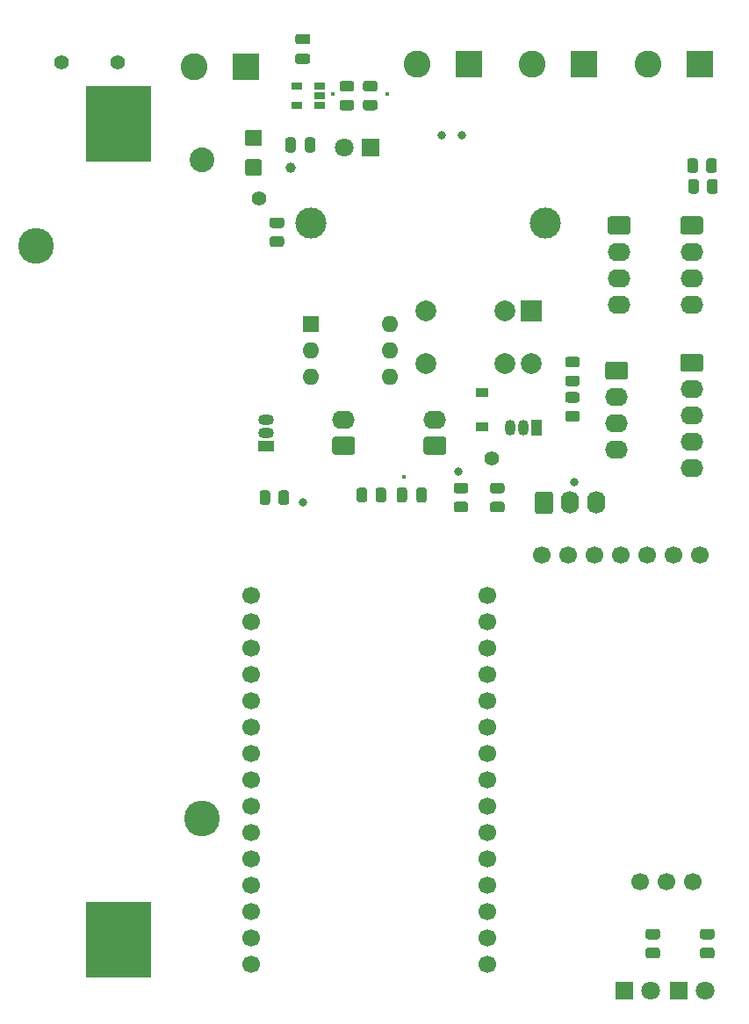
<source format=gbr>
%TF.GenerationSoftware,KiCad,Pcbnew,5.1.12-84ad8e8a86~92~ubuntu16.04.1*%
%TF.CreationDate,2022-03-26T09:40:31-03:00*%
%TF.ProjectId,BaseAurora,42617365-4175-4726-9f72-612e6b696361,rev?*%
%TF.SameCoordinates,Original*%
%TF.FileFunction,Soldermask,Top*%
%TF.FilePolarity,Negative*%
%FSLAX46Y46*%
G04 Gerber Fmt 4.6, Leading zero omitted, Abs format (unit mm)*
G04 Created by KiCad (PCBNEW 5.1.12-84ad8e8a86~92~ubuntu16.04.1) date 2022-03-26 09:40:31*
%MOMM*%
%LPD*%
G01*
G04 APERTURE LIST*
%ADD10C,2.600000*%
%ADD11R,2.600000X2.600000*%
%ADD12O,2.190000X1.740000*%
%ADD13C,1.700000*%
%ADD14O,1.740000X2.190000*%
%ADD15C,2.390000*%
%ADD16C,3.450000*%
%ADD17R,6.350000X7.340000*%
%ADD18R,1.050000X1.500000*%
%ADD19O,1.050000X1.500000*%
%ADD20O,1.600000X1.600000*%
%ADD21R,1.600000X1.600000*%
%ADD22R,1.060000X0.650000*%
%ADD23R,1.500000X1.050000*%
%ADD24O,1.500000X1.050000*%
%ADD25C,2.000000*%
%ADD26R,2.000000X2.000000*%
%ADD27C,3.000000*%
%ADD28R,1.200000X0.900000*%
%ADD29C,1.800000*%
%ADD30R,1.800000X1.800000*%
%ADD31C,0.800000*%
%ADD32C,0.400000*%
%ADD33C,1.400000*%
%ADD34C,1.000000*%
G04 APERTURE END LIST*
D10*
%TO.C,J7*%
X241875000Y-27500000D03*
D11*
X246875000Y-27500000D03*
%TD*%
D12*
%TO.C,J2*%
X257250000Y-66410000D03*
X257250000Y-63870000D03*
X257250000Y-61330000D03*
X257250000Y-58790000D03*
G36*
G01*
X256404999Y-55380000D02*
X258095001Y-55380000D01*
G75*
G02*
X258345000Y-55629999I0J-249999D01*
G01*
X258345000Y-56870001D01*
G75*
G02*
X258095001Y-57120000I-249999J0D01*
G01*
X256404999Y-57120000D01*
G75*
G02*
X256155000Y-56870001I0J249999D01*
G01*
X256155000Y-55629999D01*
G75*
G02*
X256404999Y-55380000I249999J0D01*
G01*
G37*
%TD*%
%TO.C,J5*%
X257250000Y-50620000D03*
X257250000Y-48080000D03*
X257250000Y-45540000D03*
G36*
G01*
X256404999Y-42130000D02*
X258095001Y-42130000D01*
G75*
G02*
X258345000Y-42379999I0J-249999D01*
G01*
X258345000Y-43620001D01*
G75*
G02*
X258095001Y-43870000I-249999J0D01*
G01*
X256404999Y-43870000D01*
G75*
G02*
X256155000Y-43620001I0J249999D01*
G01*
X256155000Y-42379999D01*
G75*
G02*
X256404999Y-42130000I249999J0D01*
G01*
G37*
%TD*%
D13*
%TO.C,U2*%
X257330000Y-106250000D03*
X254790000Y-106250000D03*
X252250000Y-106250000D03*
X242790000Y-74750000D03*
X245330000Y-74750000D03*
X247870000Y-74750000D03*
X250410000Y-74750000D03*
X252950000Y-74750000D03*
X255490000Y-74750000D03*
X258030000Y-74750000D03*
%TD*%
D14*
%TO.C,J10*%
X248080000Y-69750000D03*
X245540000Y-69750000D03*
G36*
G01*
X242130000Y-70595001D02*
X242130000Y-68904999D01*
G75*
G02*
X242379999Y-68655000I249999J0D01*
G01*
X243620001Y-68655000D01*
G75*
G02*
X243870000Y-68904999I0J-249999D01*
G01*
X243870000Y-70595001D01*
G75*
G02*
X243620001Y-70845000I-249999J0D01*
G01*
X242379999Y-70845000D01*
G75*
G02*
X242130000Y-70595001I0J249999D01*
G01*
G37*
%TD*%
D15*
%TO.C,BT1*%
X210000000Y-36650000D03*
D16*
X194000000Y-44980000D03*
X210000000Y-100180000D03*
D17*
X202000000Y-111910000D03*
X202000000Y-33250000D03*
%TD*%
D13*
%TO.C,U4*%
X214805000Y-78700000D03*
X214805000Y-81240000D03*
X214805000Y-83780000D03*
X214805000Y-86320000D03*
X214805000Y-88860000D03*
X214805000Y-91400000D03*
X214805000Y-93940000D03*
X214805000Y-96480000D03*
X214805000Y-99020000D03*
X214805000Y-101560000D03*
X214805000Y-104100000D03*
X214805000Y-106640000D03*
X214805000Y-109180000D03*
X214805000Y-111720000D03*
X214805000Y-114260000D03*
X237560000Y-114260000D03*
X237560000Y-111720000D03*
X237560000Y-109180000D03*
X237560000Y-106640000D03*
X237560000Y-104100000D03*
X237560000Y-101560000D03*
X237560000Y-99020000D03*
X237560000Y-96480000D03*
X237560000Y-93940000D03*
X237560000Y-91400000D03*
X237560000Y-88860000D03*
X237560000Y-86320000D03*
X237560000Y-83780000D03*
X237560000Y-81240000D03*
X237560000Y-78700000D03*
%TD*%
%TO.C,R1*%
G36*
G01*
X227790000Y-68549999D02*
X227790000Y-69450001D01*
G75*
G02*
X227540001Y-69700000I-249999J0D01*
G01*
X227014999Y-69700000D01*
G75*
G02*
X226765000Y-69450001I0J249999D01*
G01*
X226765000Y-68549999D01*
G75*
G02*
X227014999Y-68300000I249999J0D01*
G01*
X227540001Y-68300000D01*
G75*
G02*
X227790000Y-68549999I0J-249999D01*
G01*
G37*
G36*
G01*
X225965000Y-68549999D02*
X225965000Y-69450001D01*
G75*
G02*
X225715001Y-69700000I-249999J0D01*
G01*
X225189999Y-69700000D01*
G75*
G02*
X224940000Y-69450001I0J249999D01*
G01*
X224940000Y-68549999D01*
G75*
G02*
X225189999Y-68300000I249999J0D01*
G01*
X225715001Y-68300000D01*
G75*
G02*
X225965000Y-68549999I0J-249999D01*
G01*
G37*
%TD*%
%TO.C,C1*%
G36*
G01*
X230700000Y-69475000D02*
X230700000Y-68525000D01*
G75*
G02*
X230950000Y-68275000I250000J0D01*
G01*
X231450000Y-68275000D01*
G75*
G02*
X231700000Y-68525000I0J-250000D01*
G01*
X231700000Y-69475000D01*
G75*
G02*
X231450000Y-69725000I-250000J0D01*
G01*
X230950000Y-69725000D01*
G75*
G02*
X230700000Y-69475000I0J250000D01*
G01*
G37*
G36*
G01*
X228800000Y-69475000D02*
X228800000Y-68525000D01*
G75*
G02*
X229050000Y-68275000I250000J0D01*
G01*
X229550000Y-68275000D01*
G75*
G02*
X229800000Y-68525000I0J-250000D01*
G01*
X229800000Y-69475000D01*
G75*
G02*
X229550000Y-69725000I-250000J0D01*
G01*
X229050000Y-69725000D01*
G75*
G02*
X228800000Y-69475000I0J250000D01*
G01*
G37*
%TD*%
D18*
%TO.C,Q2*%
X242250000Y-62500000D03*
D19*
X239710000Y-62500000D03*
X240980000Y-62500000D03*
%TD*%
D20*
%TO.C,U3*%
X228120000Y-52500000D03*
X220500000Y-57580000D03*
X228120000Y-55040000D03*
X220500000Y-55040000D03*
X228120000Y-57580000D03*
D21*
X220500000Y-52500000D03*
%TD*%
D22*
%TO.C,U1*%
X219150000Y-31450000D03*
X219150000Y-29550000D03*
X221350000Y-29550000D03*
X221350000Y-30500000D03*
X221350000Y-31450000D03*
%TD*%
D23*
%TO.C,Q1*%
X216250000Y-64250000D03*
D24*
X216250000Y-61710000D03*
X216250000Y-62980000D03*
%TD*%
D25*
%TO.C,K1*%
X231590000Y-51250000D03*
X231590000Y-56330000D03*
X239210000Y-51250000D03*
D26*
X241750000Y-51250000D03*
D25*
X239210000Y-56330000D03*
X241750000Y-56330000D03*
%TD*%
D12*
%TO.C,J9*%
X232500000Y-61710000D03*
G36*
G01*
X233345001Y-65120000D02*
X231654999Y-65120000D01*
G75*
G02*
X231405000Y-64870001I0J249999D01*
G01*
X231405000Y-63629999D01*
G75*
G02*
X231654999Y-63380000I249999J0D01*
G01*
X233345001Y-63380000D01*
G75*
G02*
X233595000Y-63629999I0J-249999D01*
G01*
X233595000Y-64870001D01*
G75*
G02*
X233345001Y-65120000I-249999J0D01*
G01*
G37*
%TD*%
%TO.C,J8*%
X223690000Y-61710000D03*
G36*
G01*
X224535001Y-65120000D02*
X222844999Y-65120000D01*
G75*
G02*
X222595000Y-64870001I0J249999D01*
G01*
X222595000Y-63629999D01*
G75*
G02*
X222844999Y-63380000I249999J0D01*
G01*
X224535001Y-63380000D01*
G75*
G02*
X224785000Y-63629999I0J-249999D01*
G01*
X224785000Y-64870001D01*
G75*
G02*
X224535001Y-65120000I-249999J0D01*
G01*
G37*
%TD*%
%TO.C,J4*%
X250250000Y-50620000D03*
X250250000Y-48080000D03*
X250250000Y-45540000D03*
G36*
G01*
X249404999Y-42130000D02*
X251095001Y-42130000D01*
G75*
G02*
X251345000Y-42379999I0J-249999D01*
G01*
X251345000Y-43620001D01*
G75*
G02*
X251095001Y-43870000I-249999J0D01*
G01*
X249404999Y-43870000D01*
G75*
G02*
X249155000Y-43620001I0J249999D01*
G01*
X249155000Y-42379999D01*
G75*
G02*
X249404999Y-42130000I249999J0D01*
G01*
G37*
%TD*%
%TO.C,J1*%
X250000000Y-64620000D03*
X250000000Y-62080000D03*
X250000000Y-59540000D03*
G36*
G01*
X249154999Y-56130000D02*
X250845001Y-56130000D01*
G75*
G02*
X251095000Y-56379999I0J-249999D01*
G01*
X251095000Y-57620001D01*
G75*
G02*
X250845001Y-57870000I-249999J0D01*
G01*
X249154999Y-57870000D01*
G75*
G02*
X248905000Y-57620001I0J249999D01*
G01*
X248905000Y-56379999D01*
G75*
G02*
X249154999Y-56130000I249999J0D01*
G01*
G37*
%TD*%
D27*
%TO.C,F2*%
X243100000Y-42750000D03*
X220500000Y-42750000D03*
%TD*%
%TO.C,F1*%
G36*
G01*
X214425000Y-36625000D02*
X215575000Y-36625000D01*
G75*
G02*
X215825000Y-36875000I0J-250000D01*
G01*
X215825000Y-37975000D01*
G75*
G02*
X215575000Y-38225000I-250000J0D01*
G01*
X214425000Y-38225000D01*
G75*
G02*
X214175000Y-37975000I0J250000D01*
G01*
X214175000Y-36875000D01*
G75*
G02*
X214425000Y-36625000I250000J0D01*
G01*
G37*
G36*
G01*
X214425000Y-33775000D02*
X215575000Y-33775000D01*
G75*
G02*
X215825000Y-34025000I0J-250000D01*
G01*
X215825000Y-35125000D01*
G75*
G02*
X215575000Y-35375000I-250000J0D01*
G01*
X214425000Y-35375000D01*
G75*
G02*
X214175000Y-35125000I0J250000D01*
G01*
X214175000Y-34025000D01*
G75*
G02*
X214425000Y-33775000I250000J0D01*
G01*
G37*
%TD*%
D28*
%TO.C,D5*%
X237000000Y-62400000D03*
X237000000Y-59100000D03*
%TD*%
D29*
%TO.C,D4*%
X223710000Y-35500000D03*
D30*
X226250000Y-35500000D03*
%TD*%
D29*
%TO.C,D2*%
X253290000Y-116750000D03*
D30*
X250750000Y-116750000D03*
%TD*%
D29*
%TO.C,D1*%
X258540000Y-116750000D03*
D30*
X256000000Y-116750000D03*
%TD*%
%TO.C,C3*%
G36*
G01*
X219950000Y-35725000D02*
X219950000Y-34775000D01*
G75*
G02*
X220200000Y-34525000I250000J0D01*
G01*
X220700000Y-34525000D01*
G75*
G02*
X220950000Y-34775000I0J-250000D01*
G01*
X220950000Y-35725000D01*
G75*
G02*
X220700000Y-35975000I-250000J0D01*
G01*
X220200000Y-35975000D01*
G75*
G02*
X219950000Y-35725000I0J250000D01*
G01*
G37*
G36*
G01*
X218050000Y-35725000D02*
X218050000Y-34775000D01*
G75*
G02*
X218300000Y-34525000I250000J0D01*
G01*
X218800000Y-34525000D01*
G75*
G02*
X219050000Y-34775000I0J-250000D01*
G01*
X219050000Y-35725000D01*
G75*
G02*
X218800000Y-35975000I-250000J0D01*
G01*
X218300000Y-35975000D01*
G75*
G02*
X218050000Y-35725000I0J250000D01*
G01*
G37*
%TD*%
%TO.C,C2*%
G36*
G01*
X220225000Y-25550000D02*
X219275000Y-25550000D01*
G75*
G02*
X219025000Y-25300000I0J250000D01*
G01*
X219025000Y-24800000D01*
G75*
G02*
X219275000Y-24550000I250000J0D01*
G01*
X220225000Y-24550000D01*
G75*
G02*
X220475000Y-24800000I0J-250000D01*
G01*
X220475000Y-25300000D01*
G75*
G02*
X220225000Y-25550000I-250000J0D01*
G01*
G37*
G36*
G01*
X220225000Y-27450000D02*
X219275000Y-27450000D01*
G75*
G02*
X219025000Y-27200000I0J250000D01*
G01*
X219025000Y-26700000D01*
G75*
G02*
X219275000Y-26450000I250000J0D01*
G01*
X220225000Y-26450000D01*
G75*
G02*
X220475000Y-26700000I0J-250000D01*
G01*
X220475000Y-27200000D01*
G75*
G02*
X220225000Y-27450000I-250000J0D01*
G01*
G37*
%TD*%
D11*
%TO.C,J3*%
X214250000Y-27750000D03*
D10*
X209250000Y-27750000D03*
%TD*%
D11*
%TO.C,J6*%
X235750000Y-27500000D03*
D10*
X230750000Y-27500000D03*
%TD*%
%TO.C,J11*%
X253000000Y-27500000D03*
D11*
X258000000Y-27500000D03*
%TD*%
%TO.C,R2*%
G36*
G01*
X258299999Y-112650000D02*
X259200001Y-112650000D01*
G75*
G02*
X259450000Y-112899999I0J-249999D01*
G01*
X259450000Y-113425001D01*
G75*
G02*
X259200001Y-113675000I-249999J0D01*
G01*
X258299999Y-113675000D01*
G75*
G02*
X258050000Y-113425001I0J249999D01*
G01*
X258050000Y-112899999D01*
G75*
G02*
X258299999Y-112650000I249999J0D01*
G01*
G37*
G36*
G01*
X258299999Y-110825000D02*
X259200001Y-110825000D01*
G75*
G02*
X259450000Y-111074999I0J-249999D01*
G01*
X259450000Y-111600001D01*
G75*
G02*
X259200001Y-111850000I-249999J0D01*
G01*
X258299999Y-111850000D01*
G75*
G02*
X258050000Y-111600001I0J249999D01*
G01*
X258050000Y-111074999D01*
G75*
G02*
X258299999Y-110825000I249999J0D01*
G01*
G37*
%TD*%
%TO.C,R3*%
G36*
G01*
X224450001Y-30100000D02*
X223549999Y-30100000D01*
G75*
G02*
X223300000Y-29850001I0J249999D01*
G01*
X223300000Y-29324999D01*
G75*
G02*
X223549999Y-29075000I249999J0D01*
G01*
X224450001Y-29075000D01*
G75*
G02*
X224700000Y-29324999I0J-249999D01*
G01*
X224700000Y-29850001D01*
G75*
G02*
X224450001Y-30100000I-249999J0D01*
G01*
G37*
G36*
G01*
X224450001Y-31925000D02*
X223549999Y-31925000D01*
G75*
G02*
X223300000Y-31675001I0J249999D01*
G01*
X223300000Y-31149999D01*
G75*
G02*
X223549999Y-30900000I249999J0D01*
G01*
X224450001Y-30900000D01*
G75*
G02*
X224700000Y-31149999I0J-249999D01*
G01*
X224700000Y-31675001D01*
G75*
G02*
X224450001Y-31925000I-249999J0D01*
G01*
G37*
%TD*%
%TO.C,R4*%
G36*
G01*
X226700001Y-31925000D02*
X225799999Y-31925000D01*
G75*
G02*
X225550000Y-31675001I0J249999D01*
G01*
X225550000Y-31149999D01*
G75*
G02*
X225799999Y-30900000I249999J0D01*
G01*
X226700001Y-30900000D01*
G75*
G02*
X226950000Y-31149999I0J-249999D01*
G01*
X226950000Y-31675001D01*
G75*
G02*
X226700001Y-31925000I-249999J0D01*
G01*
G37*
G36*
G01*
X226700001Y-30100000D02*
X225799999Y-30100000D01*
G75*
G02*
X225550000Y-29850001I0J249999D01*
G01*
X225550000Y-29324999D01*
G75*
G02*
X225799999Y-29075000I249999J0D01*
G01*
X226700001Y-29075000D01*
G75*
G02*
X226950000Y-29324999I0J-249999D01*
G01*
X226950000Y-29850001D01*
G75*
G02*
X226700001Y-30100000I-249999J0D01*
G01*
G37*
%TD*%
%TO.C,R5*%
G36*
G01*
X253049999Y-110825000D02*
X253950001Y-110825000D01*
G75*
G02*
X254200000Y-111074999I0J-249999D01*
G01*
X254200000Y-111600001D01*
G75*
G02*
X253950001Y-111850000I-249999J0D01*
G01*
X253049999Y-111850000D01*
G75*
G02*
X252800000Y-111600001I0J249999D01*
G01*
X252800000Y-111074999D01*
G75*
G02*
X253049999Y-110825000I249999J0D01*
G01*
G37*
G36*
G01*
X253049999Y-112650000D02*
X253950001Y-112650000D01*
G75*
G02*
X254200000Y-112899999I0J-249999D01*
G01*
X254200000Y-113425001D01*
G75*
G02*
X253950001Y-113675000I-249999J0D01*
G01*
X253049999Y-113675000D01*
G75*
G02*
X252800000Y-113425001I0J249999D01*
G01*
X252800000Y-112899999D01*
G75*
G02*
X253049999Y-112650000I249999J0D01*
G01*
G37*
%TD*%
%TO.C,R6*%
G36*
G01*
X257850000Y-36799999D02*
X257850000Y-37700001D01*
G75*
G02*
X257600001Y-37950000I-249999J0D01*
G01*
X257074999Y-37950000D01*
G75*
G02*
X256825000Y-37700001I0J249999D01*
G01*
X256825000Y-36799999D01*
G75*
G02*
X257074999Y-36550000I249999J0D01*
G01*
X257600001Y-36550000D01*
G75*
G02*
X257850000Y-36799999I0J-249999D01*
G01*
G37*
G36*
G01*
X259675000Y-36799999D02*
X259675000Y-37700001D01*
G75*
G02*
X259425001Y-37950000I-249999J0D01*
G01*
X258899999Y-37950000D01*
G75*
G02*
X258650000Y-37700001I0J249999D01*
G01*
X258650000Y-36799999D01*
G75*
G02*
X258899999Y-36550000I249999J0D01*
G01*
X259425001Y-36550000D01*
G75*
G02*
X259675000Y-36799999I0J-249999D01*
G01*
G37*
%TD*%
%TO.C,R7*%
G36*
G01*
X259762500Y-38799999D02*
X259762500Y-39700001D01*
G75*
G02*
X259512501Y-39950000I-249999J0D01*
G01*
X258987499Y-39950000D01*
G75*
G02*
X258737500Y-39700001I0J249999D01*
G01*
X258737500Y-38799999D01*
G75*
G02*
X258987499Y-38550000I249999J0D01*
G01*
X259512501Y-38550000D01*
G75*
G02*
X259762500Y-38799999I0J-249999D01*
G01*
G37*
G36*
G01*
X257937500Y-38799999D02*
X257937500Y-39700001D01*
G75*
G02*
X257687501Y-39950000I-249999J0D01*
G01*
X257162499Y-39950000D01*
G75*
G02*
X256912500Y-39700001I0J249999D01*
G01*
X256912500Y-38799999D01*
G75*
G02*
X257162499Y-38550000I249999J0D01*
G01*
X257687501Y-38550000D01*
G75*
G02*
X257937500Y-38799999I0J-249999D01*
G01*
G37*
%TD*%
%TO.C,R9*%
G36*
G01*
X217700001Y-43262500D02*
X216799999Y-43262500D01*
G75*
G02*
X216550000Y-43012501I0J249999D01*
G01*
X216550000Y-42487499D01*
G75*
G02*
X216799999Y-42237500I249999J0D01*
G01*
X217700001Y-42237500D01*
G75*
G02*
X217950000Y-42487499I0J-249999D01*
G01*
X217950000Y-43012501D01*
G75*
G02*
X217700001Y-43262500I-249999J0D01*
G01*
G37*
G36*
G01*
X217700001Y-45087500D02*
X216799999Y-45087500D01*
G75*
G02*
X216550000Y-44837501I0J249999D01*
G01*
X216550000Y-44312499D01*
G75*
G02*
X216799999Y-44062500I249999J0D01*
G01*
X217700001Y-44062500D01*
G75*
G02*
X217950000Y-44312499I0J-249999D01*
G01*
X217950000Y-44837501D01*
G75*
G02*
X217700001Y-45087500I-249999J0D01*
G01*
G37*
%TD*%
%TO.C,R10*%
G36*
G01*
X217400000Y-69700001D02*
X217400000Y-68799999D01*
G75*
G02*
X217649999Y-68550000I249999J0D01*
G01*
X218175001Y-68550000D01*
G75*
G02*
X218425000Y-68799999I0J-249999D01*
G01*
X218425000Y-69700001D01*
G75*
G02*
X218175001Y-69950000I-249999J0D01*
G01*
X217649999Y-69950000D01*
G75*
G02*
X217400000Y-69700001I0J249999D01*
G01*
G37*
G36*
G01*
X215575000Y-69700001D02*
X215575000Y-68799999D01*
G75*
G02*
X215824999Y-68550000I249999J0D01*
G01*
X216350001Y-68550000D01*
G75*
G02*
X216600000Y-68799999I0J-249999D01*
G01*
X216600000Y-69700001D01*
G75*
G02*
X216350001Y-69950000I-249999J0D01*
G01*
X215824999Y-69950000D01*
G75*
G02*
X215575000Y-69700001I0J249999D01*
G01*
G37*
%TD*%
%TO.C,R11*%
G36*
G01*
X234549999Y-69650000D02*
X235450001Y-69650000D01*
G75*
G02*
X235700000Y-69899999I0J-249999D01*
G01*
X235700000Y-70425001D01*
G75*
G02*
X235450001Y-70675000I-249999J0D01*
G01*
X234549999Y-70675000D01*
G75*
G02*
X234300000Y-70425001I0J249999D01*
G01*
X234300000Y-69899999D01*
G75*
G02*
X234549999Y-69650000I249999J0D01*
G01*
G37*
G36*
G01*
X234549999Y-67825000D02*
X235450001Y-67825000D01*
G75*
G02*
X235700000Y-68074999I0J-249999D01*
G01*
X235700000Y-68600001D01*
G75*
G02*
X235450001Y-68850000I-249999J0D01*
G01*
X234549999Y-68850000D01*
G75*
G02*
X234300000Y-68600001I0J249999D01*
G01*
X234300000Y-68074999D01*
G75*
G02*
X234549999Y-67825000I249999J0D01*
G01*
G37*
%TD*%
%TO.C,R12*%
G36*
G01*
X238049999Y-67825000D02*
X238950001Y-67825000D01*
G75*
G02*
X239200000Y-68074999I0J-249999D01*
G01*
X239200000Y-68600001D01*
G75*
G02*
X238950001Y-68850000I-249999J0D01*
G01*
X238049999Y-68850000D01*
G75*
G02*
X237800000Y-68600001I0J249999D01*
G01*
X237800000Y-68074999D01*
G75*
G02*
X238049999Y-67825000I249999J0D01*
G01*
G37*
G36*
G01*
X238049999Y-69650000D02*
X238950001Y-69650000D01*
G75*
G02*
X239200000Y-69899999I0J-249999D01*
G01*
X239200000Y-70425001D01*
G75*
G02*
X238950001Y-70675000I-249999J0D01*
G01*
X238049999Y-70675000D01*
G75*
G02*
X237800000Y-70425001I0J249999D01*
G01*
X237800000Y-69899999D01*
G75*
G02*
X238049999Y-69650000I249999J0D01*
G01*
G37*
%TD*%
%TO.C,R13*%
G36*
G01*
X245299999Y-57487500D02*
X246200001Y-57487500D01*
G75*
G02*
X246450000Y-57737499I0J-249999D01*
G01*
X246450000Y-58262501D01*
G75*
G02*
X246200001Y-58512500I-249999J0D01*
G01*
X245299999Y-58512500D01*
G75*
G02*
X245050000Y-58262501I0J249999D01*
G01*
X245050000Y-57737499D01*
G75*
G02*
X245299999Y-57487500I249999J0D01*
G01*
G37*
G36*
G01*
X245299999Y-55662500D02*
X246200001Y-55662500D01*
G75*
G02*
X246450000Y-55912499I0J-249999D01*
G01*
X246450000Y-56437501D01*
G75*
G02*
X246200001Y-56687500I-249999J0D01*
G01*
X245299999Y-56687500D01*
G75*
G02*
X245050000Y-56437501I0J249999D01*
G01*
X245050000Y-55912499D01*
G75*
G02*
X245299999Y-55662500I249999J0D01*
G01*
G37*
%TD*%
%TO.C,R14*%
G36*
G01*
X246200001Y-61925000D02*
X245299999Y-61925000D01*
G75*
G02*
X245050000Y-61675001I0J249999D01*
G01*
X245050000Y-61149999D01*
G75*
G02*
X245299999Y-60900000I249999J0D01*
G01*
X246200001Y-60900000D01*
G75*
G02*
X246450000Y-61149999I0J-249999D01*
G01*
X246450000Y-61675001D01*
G75*
G02*
X246200001Y-61925000I-249999J0D01*
G01*
G37*
G36*
G01*
X246200001Y-60100000D02*
X245299999Y-60100000D01*
G75*
G02*
X245050000Y-59850001I0J249999D01*
G01*
X245050000Y-59324999D01*
G75*
G02*
X245299999Y-59075000I249999J0D01*
G01*
X246200001Y-59075000D01*
G75*
G02*
X246450000Y-59324999I0J-249999D01*
G01*
X246450000Y-59850001D01*
G75*
G02*
X246200001Y-60100000I-249999J0D01*
G01*
G37*
%TD*%
D31*
X245900000Y-67750000D03*
D32*
X229500000Y-67250000D03*
X222625001Y-30375001D03*
X227874999Y-30375001D03*
D33*
X196450000Y-27250000D03*
X201900000Y-27250000D03*
D34*
X218600000Y-37450000D03*
D33*
X238000000Y-65500000D03*
D31*
X233120001Y-34296250D03*
X234750000Y-66750000D03*
D33*
X215499999Y-40450001D03*
D31*
X219750000Y-69750000D03*
X235112500Y-34296250D03*
M02*

</source>
